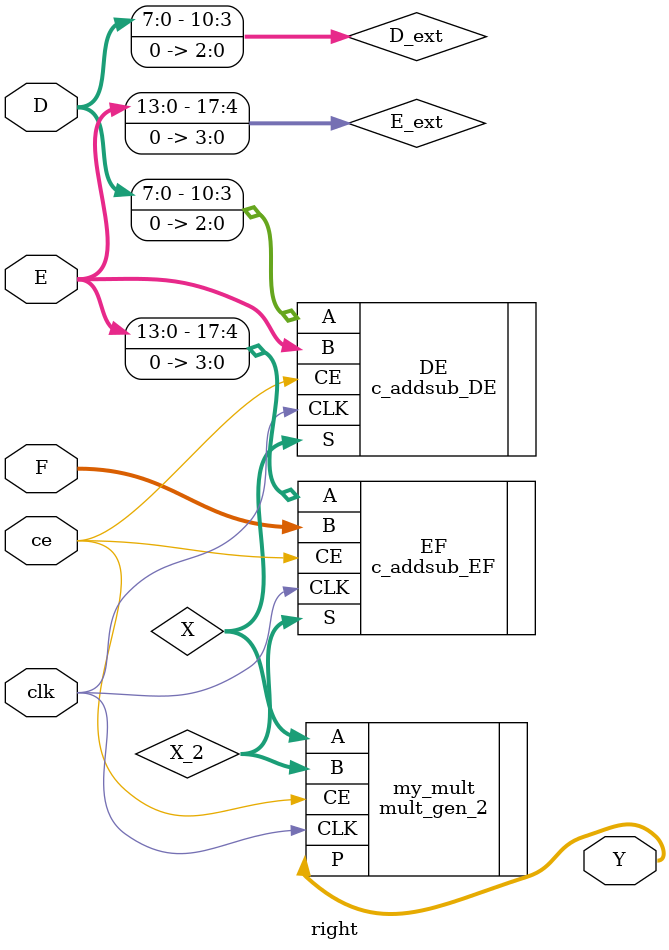
<source format=v>
`timescale 1ns / 1ps


module right 
(
    input clk,
    input ce,
    input [7:0] D,
    input [13:0] E,
    input [18:0] F,
    output [34:0] Y
);
wire signed [14:0] X;
wire signed [19:0] X_2;
wire signed [10:0] D_ext;
wire signed [17:0] E_ext;
assign D_ext = {D, 3'b0};
assign E_ext = {E, 4'b0};
//latency 2
c_addsub_DE DE
(
    .A(D_ext),
    .B(E),
    .CLK(clk),
    .CE(ce),
    .S(X)
);
//latency 2
c_addsub_EF EF
(
    .A(E_ext),
    .B(F),
    .CLK(clk),
    .CE(ce),
    .S(X_2)
);
//latency 3
mult_gen_2  my_mult
(
    .CLK(clk),
    .A(X),
    .B(X_2),
    .CE(ce),
    .P(Y)
);

endmodule
</source>
